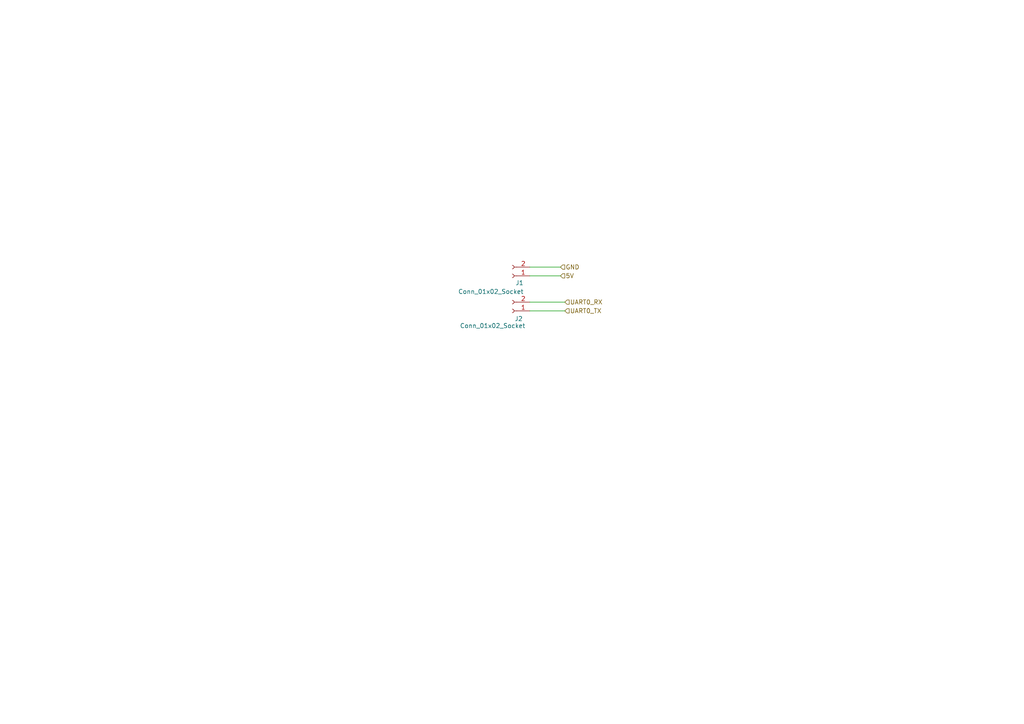
<source format=kicad_sch>
(kicad_sch (version 20231120) (generator "eeschema") (generator_version "8.0")
  (paper "A4")
  (lib_symbols
    (symbol "Connector:Conn_01x02_Socket" (pin_names (offset 1.016) hide)
      (property "Reference" "J" (at 0 2.54 0))
      (property "Value" "Conn_01x02_Socket" (at 0 -5.08 0))
      (symbol "Conn_01x02_Socket_1_1"
        (arc (start 0 -2.032) (mid -0.5058 -2.54) (end 0 -3.048) (stroke (width 0.1524)))
        (polyline (pts (xy -1.27 -2.54) (xy -0.508 -2.54)) (stroke (width 0.1524)))
        (polyline (pts (xy -1.27 0) (xy -0.508 0)) (stroke (width 0.1524)))
        (arc (start 0 0.508) (mid -0.5058 0) (end 0 -0.508) (stroke (width 0.1524)))
        (pin passive line (at -5.08 0 0) (length 3.81) (name "Pin_1") (number "1"))
        (pin passive line (at -5.08 -2.54 0) (length 3.81) (name "Pin_2") (number "2"))
      )
    )
  )
  (wire (pts (xy 162.56 77.47) (xy 153.67 77.47)))
  (wire (pts (xy 153.67 90.17) (xy 163.83 90.17)))
  (wire (pts (xy 162.56 80.01) (xy 153.67 80.01)))
  (wire (pts (xy 153.67 87.63) (xy 163.83 87.63)))
  (hierarchical_label "UART0_RX" (shape input) (at 163.83 87.63 0))
  (hierarchical_label "UART0_TX" (shape input) (at 163.83 90.17 0))
  (hierarchical_label "GND" (shape input) (at 162.56 77.47 0))
  (hierarchical_label "5V" (shape input) (at 162.56 80.01 0))
  (symbol (lib_id "Connector:Conn_01x02_Socket") (at 148.59 90.17 180) (unit 1)
    (property "Reference" "J2" (at 151.638 92.456 0) (effects (justify left)))
    (property "Value" "Conn_01x02_Socket" (at 152.4 94.488 0) (effects (justify left)))
    (property "Footprint" "Connector_PinHeader_2.54mm:PinHeader_1x02_P2.54mm_Vertical" (effects (hide yes)))
    (property "Description" "Generic connector, single row, 01x02, script generated" (effects (hide yes)))
  )
  (symbol (lib_id "Connector:Conn_01x02_Socket") (at 148.59 80.01 180) (unit 1)
    (property "Reference" "J1" (at 151.892 82.042 0) (effects (justify left)))
    (property "Value" "Conn_01x02_Socket" (at 151.892 84.582 0) (effects (justify left)))
    (property "Footprint" "Connector_PinHeader_2.54mm:PinHeader_1x02_P2.54mm_Vertical" (effects (hide yes)))
    (property "Description" "Generic connector, single row, 01x02, script generated" (effects (hide yes)))
  )
)
</source>
